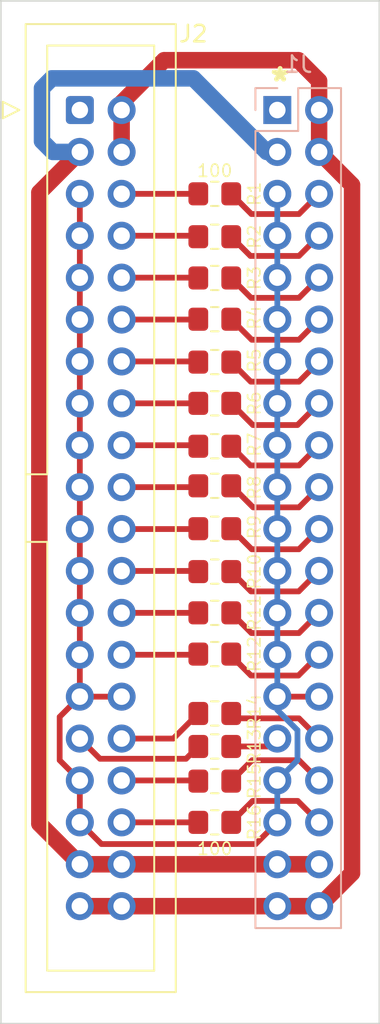
<source format=kicad_pcb>
(kicad_pcb (version 20221018) (generator pcbnew)
  (layers (0 "F.Cu" signal) (31 "B.Cu" signal) (34 "B.Paste" user) (35 "F.Paste" user) (36 "B.SilkS" user "B.Silkscreen") (37 "F.SilkS" user "F.Silkscreen") (38 "B.Mask" user) (39 "F.Mask" user) (44 "Edge.Cuts" user))
  (net 0 "")
  (net 2 "+5V")
  (net 3 "GND")
  (net 4 "CLK_V3")
  (net 5 "IN1")
  (net 6 "IN2")
  (net 7 "IN3")
  (net 8 "IN4")
  (net 9 "IN5")
  (net 10 "IN6")
  (net 11 "IN7")
  (net 12 "IN8")
  (net 13 "IN9")
  (net 14 "IN10")
  (net 15 "IN11")
  (net 16 "IN12")
  (net 17 "IN13")
  (net 18 "IN14")
  (net 20 "OUT1")
  (net 21 "OUT2")
  (net 22 "OUT3")
  (net 23 "OUT4")
  (net 24 "OUT5")
  (net 25 "OUT6")
  (net 26 "OUT7")
  (net 27 "OUT8")
  (net 28 "OUT9")
  (net 29 "OUT10")
  (net 30 "OUT11")
  (net 31 "OUT12")
  (net 32 "OUT13")
  (net 33 "OUT14")
  (net 34 "OUT15")
  (net 35 "OUT16")
  (net 36 "IN15")
  (net 37 "IN16")
  (footprint "Connector_IDC:IDC-Header_2x20_P2.54mm_Vertical" (layer "F.Cu") (at 96.8 72.62)
    (fp_text reference "J2" (at 6.9 -4.62) (layer "F.SilkS"))
    (fp_text value "In")
    (fp_line (start -4.68 -0.5) (end -4.68 0.5) (stroke (width 0.12)) (layer "F.SilkS"))
    (fp_line (start -4.68 0.5) (end -3.68 0) (stroke (width 0.12)) (layer "F.SilkS"))
    (fp_line (start -3.68 0) (end -4.68 -0.5) (stroke (width 0.12)) (layer "F.SilkS"))
    (fp_line (start -3.29 -5.21) (end 5.83 -5.21) (stroke (width 0.12)) (layer "F.SilkS"))
    (fp_line (start -3.29 22.08) (end -1.98 22.08) (stroke (width 0.12)) (layer "F.SilkS"))
    (fp_line (start -3.29 53.47) (end -3.29 -5.21) (stroke (width 0.12)) (layer "F.SilkS"))
    (fp_line (start -1.98 -3.91) (end 4.52 -3.91) (stroke (width 0.12)) (layer "F.SilkS"))
    (fp_line (start -1.98 22.08) (end -1.98 -3.91) (stroke (width 0.12)) (layer "F.SilkS"))
    (fp_line (start -1.98 26.18) (end -3.29 26.18) (stroke (width 0.12)) (layer "F.SilkS"))
    (fp_line (start -1.98 26.18) (end -1.98 26.18) (stroke (width 0.12)) (layer "F.SilkS"))
    (fp_line (start -1.98 52.17) (end -1.98 26.18) (stroke (width 0.12)) (layer "F.SilkS"))
    (fp_line (start 4.52 -3.91) (end 4.52 52.17) (stroke (width 0.12)) (layer "F.SilkS"))
    (fp_line (start 4.52 52.17) (end -1.98 52.17) (stroke (width 0.12)) (layer "F.SilkS"))
    (fp_line (start 5.83 -5.21) (end 5.83 53.47) (stroke (width 0.12)) (layer "F.SilkS"))
    (fp_line (start 5.83 53.47) (end -3.29 53.47) (stroke (width 0.12)) (layer "F.SilkS"))
    (pad "1" thru_hole roundrect (at 0 0) (size 1.7 1.7) (drill 1) (layers "*.Cu" "*.Mask") (roundrect_rratio 0.1470588235))
    (pad "2" thru_hole circle (at 2.54 0) (size 1.7 1.7) (drill 1) (layers "*.Cu" "*.Mask") (net 2 "+5V"))
    (pad "3" thru_hole circle (at 0 2.54) (size 1.7 1.7) (drill 1) (layers "*.Cu" "*.Mask") (net 3 "GND"))
    (pad "4" thru_hole circle (at 2.54 2.54) (size 1.7 1.7) (drill 1) (layers "*.Cu" "*.Mask") (net 2 "+5V"))
    (pad "5" thru_hole circle (at 0 5.08) (size 1.7 1.7) (drill 1) (layers "*.Cu" "*.Mask") (net 4 "CLK_V3"))
    (pad "6" thru_hole circle (at 2.54 5.08) (size 1.7 1.7) (drill 1) (layers "*.Cu" "*.Mask") (net 5 "IN1"))
    (pad "7" thru_hole circle (at 0 7.62) (size 1.7 1.7) (drill 1) (layers "*.Cu" "*.Mask") (net 4 "CLK_V3"))
    (pad "8" thru_hole circle (at 2.54 7.62) (size 1.7 1.7) (drill 1) (layers "*.Cu" "*.Mask") (net 6 "IN2"))
    (pad "9" thru_hole circle (at 0 10.16) (size 1.7 1.7) (drill 1) (layers "*.Cu" "*.Mask") (net 4 "CLK_V3"))
    (pad "10" thru_hole circle (at 2.54 10.16) (size 1.7 1.7) (drill 1) (layers "*.Cu" "*.Mask") (net 7 "IN3"))
    (pad "11" thru_hole circle (at 0 12.7) (size 1.7 1.7) (drill 1) (layers "*.Cu" "*.Mask") (net 4 "CLK_V3"))
    (pad "12" thru_hole circle (at 2.54 12.7) (size 1.7 1.7) (drill 1) (layers "*.Cu" "*.Mask") (net 8 "IN4"))
    (pad "13" thru_hole circle (at 0 15.24) (size 1.7 1.7) (drill 1) (layers "*.Cu" "*.Mask") (net 4 "CLK_V3"))
    (pad "14" thru_hole circle (at 2.54 15.24) (size 1.7 1.7) (drill 1) (layers "*.Cu" "*.Mask") (net 9 "IN5"))
    (pad "15" thru_hole circle (at 0 17.78) (size 1.7 1.7) (drill 1) (layers "*.Cu" "*.Mask") (net 4 "CLK_V3"))
    (pad "16" thru_hole circle (at 2.54 17.78) (size 1.7 1.7) (drill 1) (layers "*.Cu" "*.Mask") (net 10 "IN6"))
    (pad "17" thru_hole circle (at 0 20.32) (size 1.7 1.7) (drill 1) (layers "*.Cu" "*.Mask") (net 4 "CLK_V3"))
    (pad "18" thru_hole circle (at 2.54 20.32) (size 1.7 1.7) (drill 1) (layers "*.Cu" "*.Mask") (net 11 "IN7"))
    (pad "19" thru_hole circle (at 0 22.86) (size 1.7 1.7) (drill 1) (layers "*.Cu" "*.Mask") (net 4 "CLK_V3"))
    (pad "20" thru_hole circle (at 2.54 22.86) (size 1.7 1.7) (drill 1) (layers "*.Cu" "*.Mask") (net 12 "IN8"))
    (pad "21" thru_hole circle (at 0 25.4) (size 1.7 1.7) (drill 1) (layers "*.Cu" "*.Mask") (net 4 "CLK_V3"))
    (pad "22" thru_hole circle (at 2.54 25.4) (size 1.7 1.7) (drill 1) (layers "*.Cu" "*.Mask") (net 13 "IN9"))
    (pad "23" thru_hole circle (at 0 27.94) (size 1.7 1.7) (drill 1) (layers "*.Cu" "*.Mask") (net 4 "CLK_V3"))
    (pad "24" thru_hole circle (at 2.54 27.94) (size 1.7 1.7) (drill 1) (layers "*.Cu" "*.Mask") (net 14 "IN10"))
    (pad "25" thru_hole circle (at 0 30.48) (size 1.7 1.7) (drill 1) (layers "*.Cu" "*.Mask") (net 4 "CLK_V3"))
    (pad "26" thru_hole circle (at 2.54 30.48) (size 1.7 1.7) (drill 1) (layers "*.Cu" "*.Mask") (net 15 "IN11"))
    (pad "27" thru_hole circle (at 0 33.02) (size 1.7 1.7) (drill 1) (layers "*.Cu" "*.Mask") (net 4 "CLK_V3"))
    (pad "28" thru_hole circle (at 2.54 33.02) (size 1.7 1.7) (drill 1) (layers "*.Cu" "*.Mask") (net 16 "IN12"))
    (pad "29" thru_hole circle (at 0 35.56) (size 1.7 1.7) (drill 1) (layers "*.Cu" "*.Mask") (net 4 "CLK_V3"))
    (pad "30" thru_hole circle (at 2.54 35.56) (size 1.7 1.7) (drill 1) (layers "*.Cu" "*.Mask") (net 4 "CLK_V3"))
    (pad "31" thru_hole circle (at 0 38.1) (size 1.7 1.7) (drill 1) (layers "*.Cu" "*.Mask") (net 17 "IN13"))
    (pad "32" thru_hole circle (at 2.54 38.1) (size 1.7 1.7) (drill 1) (layers "*.Cu" "*.Mask") (net 18 "IN14"))
    (pad "33" thru_hole circle (at 0 40.64) (size 1.7 1.7) (drill 1) (layers "*.Cu" "*.Mask") (net 4 "CLK_V3"))
    (pad "34" thru_hole circle (at 2.54 40.64) (size 1.7 1.7) (drill 1) (layers "*.Cu" "*.Mask") (net 36 "IN15"))
    (pad "35" thru_hole circle (at 0 43.18) (size 1.7 1.7) (drill 1) (layers "*.Cu" "*.Mask") (net 4 "CLK_V3"))
    (pad "36" thru_hole circle (at 2.54 43.18) (size 1.7 1.7) (drill 1) (layers "*.Cu" "*.Mask") (net 37 "IN16"))
    (pad "37" thru_hole circle (at 0 45.72) (size 1.7 1.7) (drill 1) (layers "*.Cu" "*.Mask") (net 3 "GND"))
    (pad "38" thru_hole circle (at 2.54 45.72) (size 1.7 1.7) (drill 1) (layers "*.Cu" "*.Mask") (net 3 "GND"))
    (pad "39" thru_hole circle (at 0 48.26) (size 1.7 1.7) (drill 1) (layers "*.Cu" "*.Mask") (net 2 "+5V"))
    (pad "40" thru_hole circle (at 2.54 48.26) (size 1.7 1.7) (drill 1) (layers "*.Cu" "*.Mask") (net 2 "+5V"))
  )
  (footprint "Resistor_SMD:R_0805_2012Metric_Pad1.20x1.40mm_HandSolder" (layer "F.Cu") (at 105 103.1 180)
    (fp_text reference "R11" (at -2.4 0 90) (layer "F.SilkS") (effects (font (size 0.75 0.75) (thickness 0.1))))
    (fp_text value "100")
    (fp_line (start -0.227064 -0.735) (end 0.227064 -0.735) (stroke (width 0.12)) (layer "F.SilkS"))
    (fp_line (start -0.227064 0.735) (end 0.227064 0.735) (stroke (width 0.12)) (layer "F.SilkS"))
    (pad "1" smd roundrect (at -1 0 180) (size 1.2 1.4) (layers "F.Cu" "F.Paste" "F.Mask") (roundrect_rratio 0.2083333333) (net 30 "OUT11"))
    (pad "2" smd roundrect (at 1 0 180) (size 1.2 1.4) (layers "F.Cu" "F.Paste" "F.Mask") (roundrect_rratio 0.2083333333) (net 15 "IN11"))
  )
  (footprint "Resistor_SMD:R_0805_2012Metric_Pad1.20x1.40mm_HandSolder" (layer "F.Cu") (at 105 113.3 180)
    (fp_text reference "R15" (at -2.4 0 90) (layer "F.SilkS") (effects (font (size 0.75 0.75) (thickness 0.1))))
    (fp_text value "100")
    (fp_line (start -0.227064 -0.735) (end 0.227064 -0.735) (stroke (width 0.12)) (layer "F.SilkS"))
    (fp_line (start -0.227064 0.735) (end 0.227064 0.735) (stroke (width 0.12)) (layer "F.SilkS"))
    (pad "1" smd roundrect (at -1 0 180) (size 1.2 1.4) (layers "F.Cu" "F.Paste" "F.Mask") (roundrect_rratio 0.2083333333) (net 34 "OUT15"))
    (pad "2" smd roundrect (at 1 0 180) (size 1.2 1.4) (layers "F.Cu" "F.Paste" "F.Mask") (roundrect_rratio 0.2083333333) (net 36 "IN15"))
  )
  (footprint "Resistor_SMD:R_0805_2012Metric_Pad1.20x1.40mm_HandSolder" (layer "F.Cu") (at 105 98 180)
    (fp_text reference "R9" (at -2.4 0.1 90) (layer "F.SilkS") (effects (font (size 0.75 0.75) (thickness 0.1))))
    (fp_text value "100")
    (fp_line (start -0.227064 -0.735) (end 0.227064 -0.735) (stroke (width 0.12)) (layer "F.SilkS"))
    (fp_line (start -0.227064 0.735) (end 0.227064 0.735) (stroke (width 0.12)) (layer "F.SilkS"))
    (pad "1" smd roundrect (at -1 0 180) (size 1.2 1.4) (layers "F.Cu" "F.Paste" "F.Mask") (roundrect_rratio 0.2083333333) (net 28 "OUT9"))
    (pad "2" smd roundrect (at 1 0 180) (size 1.2 1.4) (layers "F.Cu" "F.Paste" "F.Mask") (roundrect_rratio 0.2083333333) (net 13 "IN9"))
  )
  (footprint "Resistor_SMD:R_0805_2012Metric_Pad1.20x1.40mm_HandSolder" (layer "F.Cu") (at 105 100.6 180)
    (fp_text reference "R10" (at -2.4 0 90) (layer "F.SilkS") (effects (font (size 0.75 0.75) (thickness 0.1))))
    (fp_text value "100")
    (fp_line (start -0.227064 -0.735) (end 0.227064 -0.735) (stroke (width 0.12)) (layer "F.SilkS"))
    (fp_line (start -0.227064 0.735) (end 0.227064 0.735) (stroke (width 0.12)) (layer "F.SilkS"))
    (pad "1" smd roundrect (at -1 0 180) (size 1.2 1.4) (layers "F.Cu" "F.Paste" "F.Mask") (roundrect_rratio 0.2083333333) (net 29 "OUT10"))
    (pad "2" smd roundrect (at 1 0 180) (size 1.2 1.4) (layers "F.Cu" "F.Paste" "F.Mask") (roundrect_rratio 0.2083333333) (net 14 "IN10"))
  )
  (footprint "Resistor_SMD:R_0805_2012Metric_Pad1.20x1.40mm_HandSolder" (layer "F.Cu") (at 105 82.8 180)
    (fp_text reference "R3" (at -2.4 0 90) (layer "F.SilkS") (effects (font (size 0.75 0.75) (thickness 0.1))))
    (fp_text value "100")
    (fp_line (start -0.227064 -0.735) (end 0.227064 -0.735) (stroke (width 0.12)) (layer "F.SilkS"))
    (fp_line (start -0.227064 0.735) (end 0.227064 0.735) (stroke (width 0.12)) (layer "F.SilkS"))
    (pad "1" smd roundrect (at -1 0 180) (size 1.2 1.4) (layers "F.Cu" "F.Paste" "F.Mask") (roundrect_rratio 0.2083333333) (net 22 "OUT3"))
    (pad "2" smd roundrect (at 1 0 180) (size 1.2 1.4) (layers "F.Cu" "F.Paste" "F.Mask") (roundrect_rratio 0.2083333333) (net 7 "IN3"))
  )
  (footprint "Resistor_SMD:R_0805_2012Metric_Pad1.20x1.40mm_HandSolder" (layer "F.Cu") (at 105 115.8 180)
    (fp_text reference "R16" (at -2.4 0 90) (layer "F.SilkS") (effects (font (size 0.75 0.75) (thickness 0.1))))
    (fp_text value "100" (at 0 -1.6) (layer "F.SilkS") (effects (font (size 0.75 0.75) (thickness 0.1))))
    (fp_line (start -0.227064 -0.735) (end 0.227064 -0.735) (stroke (width 0.12)) (layer "F.SilkS"))
    (fp_line (start -0.227064 0.735) (end 0.227064 0.735) (stroke (width 0.12)) (layer "F.SilkS"))
    (pad "1" smd roundrect (at -1 0 180) (size 1.2 1.4) (layers "F.Cu" "F.Paste" "F.Mask") (roundrect_rratio 0.2083333333) (net 35 "OUT16"))
    (pad "2" smd roundrect (at 1 0 180) (size 1.2 1.4) (layers "F.Cu" "F.Paste" "F.Mask") (roundrect_rratio 0.2083333333) (net 37 "IN16"))
  )
  (footprint "Resistor_SMD:R_0805_2012Metric_Pad1.20x1.40mm_HandSolder" (layer "F.Cu") (at 105 85.3 180)
    (fp_text reference "R4" (at -2.4 0.1 90) (layer "F.SilkS") (effects (font (size 0.75 0.75) (thickness 0.1))))
    (fp_text value "100")
    (fp_line (start -0.227064 -0.735) (end 0.227064 -0.735) (stroke (width 0.12)) (layer "F.SilkS"))
    (fp_line (start -0.227064 0.735) (end 0.227064 0.735) (stroke (width 0.12)) (layer "F.SilkS"))
    (pad "1" smd roundrect (at -1 0 180) (size 1.2 1.4) (layers "F.Cu" "F.Paste" "F.Mask") (roundrect_rratio 0.2083333333) (net 23 "OUT4"))
    (pad "2" smd roundrect (at 1 0 180) (size 1.2 1.4) (layers "F.Cu" "F.Paste" "F.Mask") (roundrect_rratio 0.2083333333) (net 8 "IN4"))
  )
  (footprint "Resistor_SMD:R_0805_2012Metric_Pad1.20x1.40mm_HandSolder" (layer "F.Cu") (at 105 90.4 180)
    (fp_text reference "R6" (at -2.4 0 90) (layer "F.SilkS") (effects (font (size 0.75 0.75) (thickness 0.1))))
    (fp_text value "100")
    (fp_line (start -0.227064 -0.735) (end 0.227064 -0.735) (stroke (width 0.12)) (layer "F.SilkS"))
    (fp_line (start -0.227064 0.735) (end 0.227064 0.735) (stroke (width 0.12)) (layer "F.SilkS"))
    (pad "1" smd roundrect (at -1 0 180) (size 1.2 1.4) (layers "F.Cu" "F.Paste" "F.Mask") (roundrect_rratio 0.2083333333) (net 25 "OUT6"))
    (pad "2" smd roundrect (at 1 0 180) (size 1.2 1.4) (layers "F.Cu" "F.Paste" "F.Mask") (roundrect_rratio 0.2083333333) (net 10 "IN6"))
  )
  (footprint "Resistor_SMD:R_0805_2012Metric_Pad1.20x1.40mm_HandSolder" (layer "F.Cu") (at 105 95.4 180)
    (fp_text reference "R8" (at -2.4 -0.1 90) (layer "F.SilkS") (effects (font (size 0.75 0.75) (thickness 0.1))))
    (fp_text value "100")
    (fp_line (start -0.227064 -0.735) (end 0.227064 -0.735) (stroke (width 0.12)) (layer "F.SilkS"))
    (fp_line (start -0.227064 0.735) (end 0.227064 0.735) (stroke (width 0.12)) (layer "F.SilkS"))
    (pad "1" smd roundrect (at -1 0 180) (size 1.2 1.4) (layers "F.Cu" "F.Paste" "F.Mask") (roundrect_rratio 0.2083333333) (net 27 "OUT8"))
    (pad "2" smd roundrect (at 1 0 180) (size 1.2 1.4) (layers "F.Cu" "F.Paste" "F.Mask") (roundrect_rratio 0.2083333333) (net 12 "IN8"))
  )
  (footprint "Resistor_SMD:R_0805_2012Metric_Pad1.20x1.40mm_HandSolder" (layer "F.Cu") (at 105 93 180)
    (fp_text reference "R7" (at -2.4 0.1 90) (layer "F.SilkS") (effects (font (size 0.75 0.75) (thickness 0.1))))
    (fp_text value "100")
    (fp_line (start -0.227064 -0.735) (end 0.227064 -0.735) (stroke (width 0.12)) (layer "F.SilkS"))
    (fp_line (start -0.227064 0.735) (end 0.227064 0.735) (stroke (width 0.12)) (layer "F.SilkS"))
    (pad "1" smd roundrect (at -1 0 180) (size 1.2 1.4) (layers "F.Cu" "F.Paste" "F.Mask") (roundrect_rratio 0.2083333333) (net 26 "OUT7"))
    (pad "2" smd roundrect (at 1 0 180) (size 1.2 1.4) (layers "F.Cu" "F.Paste" "F.Mask") (roundrect_rratio 0.2083333333) (net 11 "IN7"))
  )
  (footprint "Resistor_SMD:R_0805_2012Metric_Pad1.20x1.40mm_HandSolder" (layer "F.Cu") (at 105 80.3 180)
    (fp_text reference "R2" (at -2.4 0 90) (layer "F.SilkS") (effects (font (size 0.75 0.75) (thickness 0.1))))
    (fp_text value "100")
    (fp_line (start -0.227064 -0.735) (end 0.227064 -0.735) (stroke (width 0.12)) (layer "F.SilkS"))
    (fp_line (start -0.227064 0.735) (end 0.227064 0.735) (stroke (width 0.12)) (layer "F.SilkS"))
    (pad "1" smd roundrect (at -1 0 180) (size 1.2 1.4) (layers "F.Cu" "F.Paste" "F.Mask") (roundrect_rratio 0.2083333333) (net 21 "OUT2"))
    (pad "2" smd roundrect (at 1 0 180) (size 1.2 1.4) (layers "F.Cu" "F.Paste" "F.Mask") (roundrect_rratio 0.2083333333) (net 6 "IN2"))
  )
  (footprint "Resistor_SMD:R_0805_2012Metric_Pad1.20x1.40mm_HandSolder" (layer "F.Cu") (at 105 109.2 180)
    (fp_text reference "R14" (at -2.4 0.1 90) (layer "F.SilkS") (effects (font (size 0.75 0.75) (thickness 0.1))))
    (fp_text value "100")
    (fp_line (start -0.227064 -0.735) (end 0.227064 -0.735) (stroke (width 0.12)) (layer "F.SilkS"))
    (fp_line (start -0.227064 0.735) (end 0.227064 0.735) (stroke (width 0.12)) (layer "F.SilkS"))
    (pad "1" smd roundrect (at -1 0 180) (size 1.2 1.4) (layers "F.Cu" "F.Paste" "F.Mask") (roundrect_rratio 0.2083333333) (net 33 "OUT14"))
    (pad "2" smd roundrect (at 1 0 180) (size 1.2 1.4) (layers "F.Cu" "F.Paste" "F.Mask") (roundrect_rratio 0.2083333333) (net 18 "IN14"))
  )
  (footprint "Resistor_SMD:R_0805_2012Metric_Pad1.20x1.40mm_HandSolder" (layer "F.Cu") (at 105 77.7 180)
    (fp_text reference "R1" (at -2.4 0 90) (layer "F.SilkS") (effects (font (size 0.75 0.75) (thickness 0.1))))
    (fp_text value "100" (at 0 1.4) (layer "F.SilkS") (effects (font (size 0.75 0.75) (thickness 0.1))))
    (fp_line (start -0.227064 -0.735) (end 0.227064 -0.735) (stroke (width 0.12)) (layer "F.SilkS"))
    (fp_line (start -0.227064 0.735) (end 0.227064 0.735) (stroke (width 0.12)) (layer "F.SilkS"))
    (pad "1" smd roundrect (at -1 0 180) (size 1.2 1.4) (layers "F.Cu" "F.Paste" "F.Mask") (roundrect_rratio 0.2083333333) (net 20 "OUT1"))
    (pad "2" smd roundrect (at 1 0 180) (size 1.2 1.4) (layers "F.Cu" "F.Paste" "F.Mask") (roundrect_rratio 0.2083333333) (net 5 "IN1"))
  )
  (footprint "Resistor_SMD:R_0805_2012Metric_Pad1.20x1.40mm_HandSolder" (layer "F.Cu") (at 105 111.2)
    (fp_text reference "R13" (at 2.4 0 90) (layer "F.SilkS") (effects (font (size 0.75 0.75) (thickness 0.1))))
    (fp_text value "100")
    (fp_line (start -0.227064 -0.735) (end 0.227064 -0.735) (stroke (width 0.12)) (layer "F.SilkS"))
    (fp_line (start -0.227064 0.735) (end 0.227064 0.735) (stroke (width 0.12)) (layer "F.SilkS"))
    (pad "1" smd roundrect (at -1 0) (size 1.2 1.4) (layers "F.Cu" "F.Paste" "F.Mask") (roundrect_rratio 0.2083333333) (net 17 "IN13"))
    (pad "2" smd roundrect (at 1 0) (size 1.2 1.4) (layers "F.Cu" "F.Paste" "F.Mask") (roundrect_rratio 0.2083333333) (net 32 "OUT13"))
  )
  (footprint "Resistor_SMD:R_0805_2012Metric_Pad1.20x1.40mm_HandSolder" (layer "F.Cu") (at 105 105.6 180)
    (fp_text reference "R12" (at -2.4 0 90) (layer "F.SilkS") (effects (font (size 0.75 0.75) (thickness 0.1))))
    (fp_text value "100")
    (fp_line (start -0.227064 -0.735) (end 0.227064 -0.735) (stroke (width 0.12)) (layer "F.SilkS"))
    (fp_line (start -0.227064 0.735) (end 0.227064 0.735) (stroke (width 0.12)) (layer "F.SilkS"))
    (pad "1" smd roundrect (at -1 0 180) (size 1.2 1.4) (layers "F.Cu" "F.Paste" "F.Mask") (roundrect_rratio 0.2083333333) (net 31 "OUT12"))
    (pad "2" smd roundrect (at 1 0 180) (size 1.2 1.4) (layers "F.Cu" "F.Paste" "F.Mask") (roundrect_rratio 0.2083333333) (net 16 "IN12"))
  )
  (footprint "Resistor_SMD:R_0805_2012Metric_Pad1.20x1.40mm_HandSolder" (layer "F.Cu") (at 105 87.9 180)
    (fp_text reference "R5" (at -2.4 0.1 90) (layer "F.SilkS") (effects (font (size 0.75 0.75) (thickness 0.1))))
    (fp_text value "100")
    (fp_line (start -0.227064 -0.735) (end 0.227064 -0.735) (stroke (width 0.12)) (layer "F.SilkS"))
    (fp_line (start -0.227064 0.735) (end 0.227064 0.735) (stroke (width 0.12)) (layer "F.SilkS"))
    (pad "1" smd roundrect (at -1 0 180) (size 1.2 1.4) (layers "F.Cu" "F.Paste" "F.Mask") (roundrect_rratio 0.2083333333) (net 24 "OUT5"))
    (pad "2" smd roundrect (at 1 0 180) (size 1.2 1.4) (layers "F.Cu" "F.Paste" "F.Mask") (roundrect_rratio 0.2083333333) (net 9 "IN5"))
  )
  (footprint "Connector_PinSocket_2.54mm:PinSocket_2x20_P2.54mm_Vertical" (layer "B.Cu") (at 108.8 72.62 180)
    (fp_text reference "J1" (at -1.27 2.77) (layer "B.SilkS") (effects (justify mirror)))
    (fp_text value "Out")
    (fp_line (start -3.87 -49.59) (end 1.33 -49.59) (stroke (width 0.12)) (layer "B.SilkS"))
    (fp_line (start -3.87 1.33) (end -3.87 -49.59) (stroke (width 0.12)) (layer "B.SilkS"))
    (fp_line (start -3.87 1.33) (end -1.27 1.33) (stroke (width 0.12)) (layer "B.SilkS"))
    (fp_line (start -1.27 -1.27) (end 1.33 -1.27) (stroke (width 0.12)) (layer "B.SilkS"))
    (fp_line (start -1.27 1.33) (end -1.27 -1.27) (stroke (width 0.12)) (layer "B.SilkS"))
    (fp_line (start 0 1.33) (end 1.33 1.33) (stroke (width 0.12)) (layer "B.SilkS"))
    (fp_line (start 1.33 -1.27) (end 1.33 -49.59) (stroke (width 0.12)) (layer "B.SilkS"))
    (fp_line (start 1.33 1.33) (end 1.33 0) (stroke (width 0.12)) (layer "B.SilkS"))
    (pad "1" thru_hole rect (at 0 0 180) (size 1.7 1.7) (drill 1) (layers "*.Cu" "*.Mask"))
    (pad "2" thru_hole oval (at -2.54 0 180) (size 1.7 1.7) (drill 1) (layers "*.Cu" "*.Mask") (net 2 "+5V"))
    (pad "3" thru_hole oval (at 0 -2.54 180) (size 1.7 1.7) (drill 1) (layers "*.Cu" "*.Mask") (net 3 "GND"))
    (pad "4" thru_hole oval (at -2.54 -2.54 180) (size 1.7 1.7) (drill 1) (layers "*.Cu" "*.Mask") (net 2 "+5V"))
    (pad "5" thru_hole oval (at 0 -5.08 180) (size 1.7 1.7) (drill 1) (layers "*.Cu" "*.Mask") (net 4 "CLK_V3"))
    (pad "6" thru_hole oval (at -2.54 -5.08 180) (size 1.7 1.7) (drill 1) (layers "*.Cu" "*.Mask") (net 20 "OUT1"))
    (pad "7" thru_hole oval (at 0 -7.62 180) (size 1.7 1.7) (drill 1) (layers "*.Cu" "*.Mask") (net 4 "CLK_V3"))
    (pad "8" thru_hole oval (at -2.54 -7.62 180) (size 1.7 1.7) (drill 1) (layers "*.Cu" "*.Mask") (net 21 "OUT2"))
    (pad "9" thru_hole oval (at 0 -10.16 180) (size 1.7 1.7) (drill 1) (layers "*.Cu" "*.Mask") (net 4 "CLK_V3"))
    (pad "10" thru_hole oval (at -2.54 -10.16 180) (size 1.7 1.7) (drill 1) (layers "*.Cu" "*.Mask") (net 22 "OUT3"))
    (pad "11" thru_hole oval (at 0 -12.7 180) (size 1.7 1.7) (drill 1) (layers "*.Cu" "*.Mask") (net 4 "CLK_V3"))
    (pad "12" thru_hole oval (at -2.54 -12.7 180) (size 1.7 1.7) (drill 1) (layers "*.Cu" "*.Mask") (net 23 "OUT4"))
    (pad "13" thru_hole oval (at 0 -15.24 180) (size 1.7 1.7) (drill 1) (layers "*.Cu" "*.Mask") (net 4 "CLK_V3"))
    (pad "14" thru_hole oval (at -2.54 -15.24 180) (size 1.7 1.7) (drill 1) (layers "*.Cu" "*.Mask") (net 24 "OUT5"))
    (pad "15" thru_hole oval (at 0 -17.78 180) (size 1.7 1.7) (drill 1) (layers "*.Cu" "*.Mask") (net 4 "CLK_V3"))
    (pad "16" thru_hole oval (at -2.54 -17.78 180) (size 1.7 1.7) (drill 1) (layers "*.Cu" "*.Mask") (net 25 "OUT6"))
    (pad "17" thru_hole oval (at 0 -20.32 180) (size 1.7 1.7) (drill 1) (layers "*.Cu" "*.Mask") (net 4 "CLK_V3"))
    (pad "18" thru_hole oval (at -2.54 -20.32 180) (size 1.7 1.7) (drill 1) (layers "*.Cu" "*.Mask") (net 26 "OUT7"))
    (pad "19" thru_hole oval (at 0 -22.86 180) (size 1.7 1.7) (drill 1) (layers "*.Cu" "*.Mask") (net 4 "CLK_V3"))
    (pad "20" thru_hole oval (at -2.54 -22.86 180) (size 1.7 1.7) (drill 1) (layers "*.Cu" "*.Mask") (net 27 "OUT8"))
    (pad "21" thru_hole oval (at 0 -25.4 180) (size 1.7 1.7) (drill 1) (layers "*.Cu" "*.Mask") (net 4 "CLK_V3"))
    (pad "22" thru_hole oval (at -2.54 -25.4 180) (size 1.7 1.7) (drill 1) (layers "*.Cu" "*.Mask") (net 28 "OUT9"))
    (pad "23" thru_hole oval (at 0 -27.94 180) (size 1.7 1.7) (drill 1) (layers "*.Cu" "*.Mask") (net 4 "CLK_V3"))
    (pad "24" thru_hole oval (at -2.54 -27.94 180) (size 1.7 1.7) (drill 1) (layers "*.Cu" "*.Mask") (net 29 "OUT10"))
    (pad "25" thru_hole oval (at 0 -30.48 180) (size 1.7 1.7) (drill 1) (layers "*.Cu" "*.Mask") (net 4 "CLK_V3"))
    (pad "26" thru_hole oval (at -2.54 -30.48 180) (size 1.7 1.7) (drill 1) (layers "*.Cu" "*.Mask") (net 30 "OUT11"))
    (pad "27" thru_hole oval (at 0 -33.02 180) (size 1.7 1.7) (drill 1) (layers "*.Cu" "*.Mask") (net 4 "CLK_V3"))
    (pad "28" thru_hole oval (at -2.54 -33.02 180) (size 1.7 1.7) (drill 1) (layers "*.Cu" "*.Mask") (net 31 "OUT12"))
    (pad "29" thru_hole oval (at 0 -35.56 180) (size 1.7 1.7) (drill 1) (layers "*.Cu" "*.Mask") (net 4 "CLK_V3"))
    (pad "30" thru_hole oval (at -2.54 -35.56 180) (size 1.7 1.7) (drill 1) (layers "*.Cu" "*.Mask") (net 4 "CLK_V3"))
    (pad "31" thru_hole oval (at 0 -38.1 180) (size 1.7 1.7) (drill 1) (layers "*.Cu" "*.Mask") (net 32 "OUT13"))
    (pad "32" thru_hole oval (at -2.54 -38.1 180) (size 1.7 1.7) (drill 1) (layers "*.Cu" "*.Mask") (net 33 "OUT14"))
    (pad "33" thru_hole oval (at 0 -40.64 180) (size 1.7 1.7) (drill 1) (layers "*.Cu" "*.Mask") (net 4 "CLK_V3"))
    (pad "34" thru_hole oval (at -2.54 -40.64 180) (size 1.7 1.7) (drill 1) (layers "*.Cu" "*.Mask") (net 34 "OUT15"))
    (pad "35" thru_hole oval (at 0 -43.18 180) (size 1.7 1.7) (drill 1) (layers "*.Cu" "*.Mask") (net 4 "CLK_V3"))
    (pad "36" thru_hole oval (at -2.54 -43.18 180) (size 1.7 1.7) (drill 1) (layers "*.Cu" "*.Mask") (net 35 "OUT16"))
    (pad "37" thru_hole oval (at 0 -45.72 180) (size 1.7 1.7) (drill 1) (layers "*.Cu" "*.Mask") (net 3 "GND"))
    (pad "38" thru_hole oval (at -2.54 -45.72 180) (size 1.7 1.7) (drill 1) (layers "*.Cu" "*.Mask") (net 3 "GND"))
    (pad "39" thru_hole oval (at 0 -48.26 180) (size 1.7 1.7) (drill 1) (layers "*.Cu" "*.Mask") (net 2 "+5V"))
    (pad "40" thru_hole oval (at -2.54 -48.26 180) (size 1.7 1.7) (drill 1) (layers "*.Cu" "*.Mask") (net 2 "+5V"))
  )
  (gr_line (start 115 128) (end 92 128) (stroke (width 0.1)) (layer "Edge.Cuts"))
  (gr_line (start 115 66) (end 115 128) (stroke (width 0.1)) (layer "Edge.Cuts"))
  (gr_line (start 92 66) (end 115 66) (stroke (width 0.1)) (layer "Edge.Cuts"))
  (gr_line (start 92 128) (end 92 66) (stroke (width 0.1)) (layer "Edge.Cuts"))
  (gr_text "*" (at 108.2 71.8) (layer "F.SilkS") (effects (font (size 1.5 1.5) (thickness 0.3) bold) (justify left bottom)))
  (segment (start 111.34 70.857919) (end 111.34 72.62) (width 1) (layer "F.Cu") (net 2))
  (segment (start 99.34 72.62) (end 99.34 72.18) (width 1) (layer "F.Cu") (net 2))
  (segment (start 113.34 118.88) (end 113.34 77.16) (width 1) (layer "F.Cu") (net 2))
  (segment (start 113.34 77.16) (end 111.34 75.16) (width 1) (layer "F.Cu") (net 2))
  (segment (start 111.34 75.16) (end 111.34 72.62) (width 1) (layer "F.Cu") (net 2))
  (segment (start 111.34 120.88) (end 113.34 118.88) (width 1) (layer "F.Cu") (net 2))
  (segment (start 96.8 120.88) (end 111.34 120.88) (width 1) (layer "F.Cu") (net 2))
  (segment (start 110.082081 69.6) (end 111.34 70.857919) (width 1) (layer "F.Cu") (net 2))
  (segment (start 99.34 75.16) (end 99.34 72.62) (width 1) (layer "F.Cu") (net 2))
  (segment (start 99.34 72.18) (end 101.92 69.6) (width 1) (layer "F.Cu") (net 2))
  (segment (start 101.92 69.6) (end 110.082081 69.6) (width 1) (layer "F.Cu") (net 2))
  (segment (start 94.34 77.62) (end 96.8 75.16) (width 1) (layer "F.Cu") (net 3))
  (segment (start 111.34 118.34) (end 96.8 118.34) (width 1) (layer "F.Cu") (net 3))
  (segment (start 96.8 118.34) (end 94.34 115.88) (width 1) (layer "F.Cu") (net 3))
  (segment (start 94.34 115.88) (end 94.34 77.62) (width 1) (layer "F.Cu") (net 3))
  (segment (start 95.157919 75.16) (end 94.5 74.502081) (width 1) (layer "B.Cu") (net 3))
  (segment (start 96.8 75.16) (end 95.157919 75.16) (width 1) (layer "B.Cu") (net 3))
  (segment (start 95.1 70.7) (end 103.697919 70.7) (width 1) (layer "B.Cu") (net 3))
  (segment (start 108.157919 75.16) (end 108.8 75.16) (width 1) (layer "B.Cu") (net 3))
  (segment (start 103.697919 70.7) (end 108.157919 75.16) (width 1) (layer "B.Cu") (net 3))
  (segment (start 94.5 74.502081) (end 94.5 71.3) (width 1) (layer "B.Cu") (net 3))
  (segment (start 94.5 71.3) (end 95.1 70.7) (width 1) (layer "B.Cu") (net 3))
  (segment (start 108.8 108.18) (end 111.34 108.18) (width 0.35) (layer "F.Cu") (net 4))
  (segment (start 95.575 109.405) (end 95.575 112.035) (width 0.35) (layer "F.Cu") (net 4))
  (segment (start 107.485 117.115) (end 108.8 115.8) (width 0.35) (layer "F.Cu") (net 4))
  (segment (start 95.575 112.035) (end 96.8 113.26) (width 0.35) (layer "F.Cu") (net 4))
  (segment (start 98.115 117.115) (end 107.485 117.115) (width 0.35) (layer "F.Cu") (net 4))
  (segment (start 96.8 77.7) (end 96.8 108.18) (width 0.35) (layer "F.Cu") (net 4))
  (segment (start 96.8 108.18) (end 95.575 109.405) (width 0.35) (layer "F.Cu") (net 4))
  (segment (start 96.8 115.8) (end 98.115 117.115) (width 0.35) (layer "F.Cu") (net 4))
  (segment (start 96.8 113.26) (end 96.8 115.8) (width 0.35) (layer "F.Cu") (net 4))
  (segment (start 99.34 108.18) (end 96.8 108.18) (width 0.35) (layer "F.Cu") (net 4))
  (segment (start 108.8 108.18) (end 108.8 108.987588) (width 0.35) (layer "B.Cu") (net 4))
  (segment (start 108.8 77.7) (end 108.8 108.18) (width 0.35) (layer "B.Cu") (net 4))
  (segment (start 108.8 108.987588) (end 110.025 110.212588) (width 0.35) (layer "B.Cu") (net 4))
  (segment (start 110.025 110.212588) (end 110.025 112.035) (width 0.35) (layer "B.Cu") (net 4))
  (segment (start 110.025 112.035) (end 108.8 113.26) (width 0.35) (layer "B.Cu") (net 4))
  (segment (start 108.8 113.26) (end 108.8 115.8) (width 0.35) (layer "B.Cu") (net 4))
  (segment (start 99.34 77.7) (end 104 77.7) (width 0.35) (layer "F.Cu") (net 5))
  (segment (start 99.34 80.24) (end 103.94 80.24) (width 0.35) (layer "F.Cu") (net 6))
  (segment (start 103.94 80.24) (end 104 80.3) (width 0.35) (layer "F.Cu") (net 6))
  (segment (start 103.98 82.78) (end 104 82.8) (width 0.35) (layer "F.Cu") (net 7))
  (segment (start 99.34 82.78) (end 103.98 82.78) (width 0.35) (layer "F.Cu") (net 7))
  (segment (start 104 85.3) (end 103.98 85.32) (width 0.35) (layer "F.Cu") (net 8))
  (segment (start 103.98 85.32) (end 99.34 85.32) (width 0.35) (layer "F.Cu") (net 8))
  (segment (start 99.34 87.86) (end 103.96 87.86) (width 0.35) (layer "F.Cu") (net 9))
  (segment (start 103.96 87.86) (end 104 87.9) (width 0.35) (layer "F.Cu") (net 9))
  (segment (start 99.34 90.4) (end 104 90.4) (width 0.35) (layer "F.Cu") (net 10))
  (segment (start 103.94 92.94) (end 104 93) (width 0.35) (layer "F.Cu") (net 11))
  (segment (start 99.34 92.94) (end 103.94 92.94) (width 0.35) (layer "F.Cu") (net 11))
  (segment (start 103.92 95.48) (end 99.34 95.48) (width 0.35) (layer "F.Cu") (net 12))
  (segment (start 104 95.4) (end 103.92 95.48) (width 0.35) (layer "F.Cu") (net 12))
  (segment (start 99.34 98.02) (end 103.98 98.02) (width 0.35) (layer "F.Cu") (net 13))
  (segment (start 103.98 98.02) (end 104 98) (width 0.35) (layer "F.Cu") (net 13))
  (segment (start 104 100.6) (end 103.96 100.56) (width 0.35) (layer "F.Cu") (net 14))
  (segment (start 103.96 100.56) (end 99.34 100.56) (width 0.35) (layer "F.Cu") (net 14))
  (segment (start 99.34 103.1) (end 104 103.1) (width 0.35) (layer "F.Cu") (net 15))
  (segment (start 104 105.6) (end 103.96 105.64) (width 0.35) (layer "F.Cu") (net 16))
  (segment (start 103.96 105.64) (end 99.34 105.64) (width 0.35) (layer "F.Cu") (net 16))
  (segment (start 96.8 110.72) (end 98.025 111.945) (width 0.35) (layer "F.Cu") (net 17))
  (segment (start 98.025 111.945) (end 103.255 111.945) (width 0.35) (layer "F.Cu") (net 17))
  (segment (start 103.255 111.945) (end 104 111.2) (width 0.35) (layer "F.Cu") (net 17))
  (segment (start 102.48 110.72) (end 104 109.2) (width 0.35) (layer "F.Cu") (net 18))
  (segment (start 99.34 110.72) (end 102.48 110.72) (width 0.35) (layer "F.Cu") (net 18))
  (segment (start 107.225 78.925) (end 110.115 78.925) (width 0.35) (layer "F.Cu") (net 20))
  (segment (start 106 77.7) (end 107.225 78.925) (width 0.35) (layer "F.Cu") (net 20))
  (segment (start 110.115 78.925) (end 111.34 77.7) (width 0.35) (layer "F.Cu") (net 20))
  (segment (start 107.165 81.465) (end 106 80.3) (width 0.35) (layer "F.Cu") (net 21))
  (segment (start 111.34 80.24) (end 110.115 81.465) (width 0.35) (layer "F.Cu") (net 21))
  (segment (start 110.115 81.465) (end 107.165 81.465) (width 0.35) (layer "F.Cu") (net 21))
  (segment (start 106 82.8) (end 107.205 84.005) (width 0.35) (layer "F.Cu") (net 22))
  (segment (start 107.205 84.005) (end 110.115 84.005) (width 0.35) (layer "F.Cu") (net 22))
  (segment (start 110.115 84.005) (end 111.34 82.78) (width 0.35) (layer "F.Cu") (net 22))
  (segment (start 110.115 86.545) (end 111.34 85.32) (width 0.35) (layer "F.Cu") (net 23))
  (segment (start 107.245 86.545) (end 110.115 86.545) (width 0.35) (layer "F.Cu") (net 23))
  (segment (start 106 85.3) (end 107.245 86.545) (width 0.35) (layer "F.Cu") (net 23))
  (segment (start 107.185 89.085) (end 106 87.9) (width 0.35) (layer "F.Cu") (net 24))
  (segment (start 111.34 87.86) (end 110.115 89.085) (width 0.35) (layer "F.Cu") (net 24))
  (segment (start 110.115 89.085) (end 107.185 89.085) (width 0.35) (layer "F.Cu") (net 24))
  (segment (start 106 90.4) (end 107.315 91.715) (width 0.35) (layer "F.Cu") (net 25))
  (segment (start 110.025 91.715) (end 111.34 90.4) (width 0.35) (layer "F.Cu") (net 25))
  (segment (start 107.315 91.715) (end 110.025 91.715) (width 0.35) (layer "F.Cu") (net 25))
  (segment (start 107.165 94.165) (end 110.115 94.165) (width 0.35) (layer "F.Cu") (net 26))
  (segment (start 106 93) (end 107.165 94.165) (width 0.35) (layer "F.Cu") (net 26))
  (segment (start 110.115 94.165) (end 111.34 92.94) (width 0.35) (layer "F.Cu") (net 26))
  (segment (start 110.115 96.705) (end 107.33 96.705) (width 0.35) (layer "F.Cu") (net 27))
  (segment (start 111.34 95.48) (end 110.115 96.705) (width 0.35) (layer "F.Cu") (net 27))
  (segment (start 106.025 95.4) (end 106 95.4) (width 0.35) (layer "F.Cu") (net 27))
  (segment (start 107.33 96.705) (end 106.025 95.4) (width 0.35) (layer "F.Cu") (net 27))
  (segment (start 110.115 99.245) (end 111.34 98.02) (width 0.35) (layer "F.Cu") (net 28))
  (segment (start 106 98) (end 107.245 99.245) (width 0.35) (layer "F.Cu") (net 28))
  (segment (start 107.245 99.245) (end 110.115 99.245) (width 0.35) (layer "F.Cu") (net 28))
  (segment (start 107.2 101.8) (end 110.1 101.8) (width 0.35) (layer "F.Cu") (net 29))
  (segment (start 110.1 101.8) (end 111.34 100.56) (width 0.35) (layer "F.Cu") (net 29))
  (segment (start 106 100.6) (end 107.2 101.8) (width 0.35) (layer "F.Cu") (net 29))
  (segment (start 110.115 104.325) (end 107.225 104.325) (width 0.35) (layer "F.Cu") (net 30))
  (segment (start 111.34 103.1) (end 110.115 104.325) (width 0.35) (layer "F.Cu") (net 30))
  (segment (start 107.225 104.325) (end 106 103.1) (width 0.35) (layer "F.Cu") (net 30))
  (segment (start 111.34 105.64) (end 110.08 106.9) (width 0.35) (layer "F.Cu") (net 31))
  (segment (start 110.08 106.9) (end 107.2 106.9) (width 0.35) (layer "F.Cu") (net 31))
  (segment (start 107.2 106.9) (end 106 105.7) (width 0.35) (layer "F.Cu") (net 31))
  (segment (start 106 105.7) (end 106 105.6) (width 0.35) (layer "F.Cu") (net 31))
  (segment (start 108.8 110.72) (end 108.32 111.2) (width 0.35) (layer "F.Cu") (net 32))
  (segment (start 108.32 111.2) (end 106 111.2) (width 0.35) (layer "F.Cu") (net 32))
  (segment (start 106.295 109.495) (end 106 109.2) (width 0.35) (layer "F.Cu") (net 33))
  (segment (start 111.34 110.72) (end 110.115 109.495) (width 0.35) (layer "F.Cu") (net 33))
  (segment (start 110.115 109.495) (end 106.295 109.495) (width 0.35) (layer "F.Cu") (net 33))
  (segment (start 106 113.3) (end 107.265 112.035) (width 0.35) (layer "F.Cu") (net 34))
  (segment (start 107.265 112.035) (end 110.115 112.035) (width 0.35) (layer "F.Cu") (net 34))
  (segment (start 110.115 112.035) (end 111.34 113.26) (width 0.35) (layer "F.Cu") (net 34))
  (segment (start 111.34 115.8) (end 110.04 114.5) (width 0.35) (layer "F.Cu") (net 35))
  (segment (start 107.3 114.5) (end 106 115.8) (width 0.35) (layer "F.Cu") (net 35))
  (segment (start 110.04 114.5) (end 107.3 114.5) (width 0.35) (layer "F.Cu") (net 35))
  (segment (start 99.34 113.26) (end 103.96 113.26) (width 0.35) (layer "F.Cu") (net 36))
  (segment (start 103.96 113.26) (end 104 113.3) (width 0.35) (layer "F.Cu") (net 36))
  (segment (start 99.34 115.8) (end 104 115.8) (width 0.35) (layer "F.Cu") (net 37))
)
</source>
